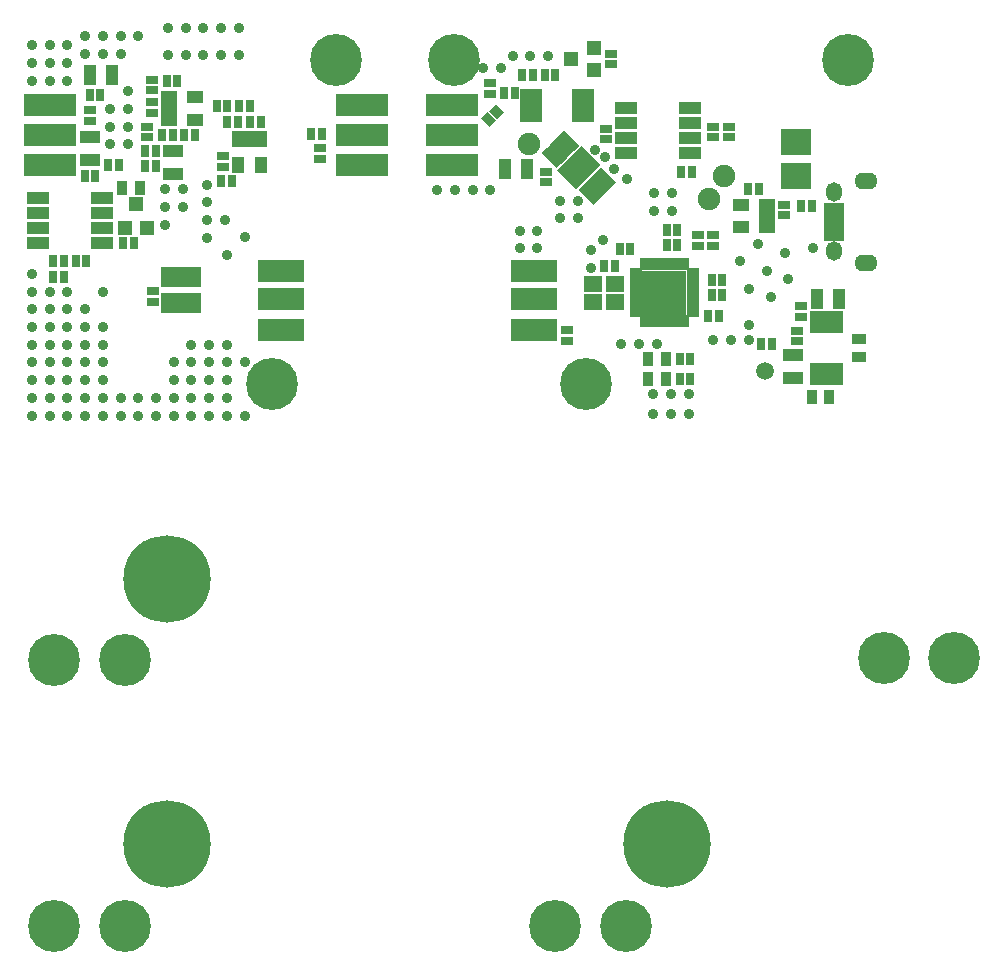
<source format=gbr>
G04 #@! TF.FileFunction,Soldermask,Top*
%FSLAX46Y46*%
G04 Gerber Fmt 4.6, Leading zero omitted, Abs format (unit mm)*
G04 Created by KiCad (PCBNEW 4.0.2-stable) date Thu 12 May 2016 11:20:09 PM CEST*
%MOMM*%
G01*
G04 APERTURE LIST*
%ADD10C,0.050000*%
%ADD11C,4.400000*%
%ADD12C,7.400000*%
%ADD13C,0.900000*%
%ADD14R,1.000000X0.800000*%
%ADD15R,0.800000X1.000000*%
%ADD16R,0.900000X1.300000*%
%ADD17C,1.900000*%
%ADD18R,0.850000X1.850000*%
%ADD19R,1.850000X0.850000*%
%ADD20R,1.460000X1.050000*%
%ADD21R,1.100000X1.700000*%
%ADD22R,1.300000X0.900000*%
%ADD23R,1.700000X1.100000*%
%ADD24R,2.630000X2.200000*%
%ADD25R,4.464000X1.924000*%
%ADD26R,3.900000X1.900000*%
%ADD27R,1.750000X0.800000*%
%ADD28O,1.350000X1.650000*%
%ADD29O,1.950000X1.400000*%
%ADD30R,1.200100X1.200100*%
%ADD31R,1.950000X1.000000*%
%ADD32R,1.100000X0.650000*%
%ADD33R,0.650000X1.100000*%
%ADD34R,2.125000X2.125000*%
%ADD35R,1.500000X1.400000*%
%ADD36R,1.050000X1.460000*%
%ADD37R,3.400000X1.800000*%
%ADD38C,1.800000*%
%ADD39C,2.200000*%
%ADD40C,1.500000*%
G04 APERTURE END LIST*
D10*
D11*
X97600000Y-67750000D03*
X103600000Y-67750000D03*
X75800000Y-90400000D03*
X69800000Y-90400000D03*
X33400000Y-90400000D03*
X27400000Y-90400000D03*
X33400000Y-67900000D03*
D12*
X79300000Y-83450000D03*
X36900000Y-83450000D03*
D13*
X86200000Y-39500000D03*
X84700000Y-40800000D03*
X83200000Y-40800000D03*
X86200000Y-40800000D03*
D11*
X45800000Y-44500000D03*
X51200000Y-17100000D03*
D13*
X89550000Y-35670000D03*
X88050000Y-37170000D03*
X91600000Y-33030000D03*
X85480000Y-34140000D03*
X86980000Y-32640000D03*
X86230000Y-36460000D03*
X87730000Y-34960000D03*
X89230000Y-33460000D03*
X81100000Y-47050000D03*
X79600000Y-47050000D03*
X78100000Y-47050000D03*
X81100000Y-45350000D03*
X78100000Y-45350000D03*
X79600000Y-45350000D03*
X78200000Y-28350000D03*
X78200000Y-29850000D03*
X79700000Y-28350000D03*
X79700000Y-29850000D03*
X73850000Y-32350000D03*
X72850000Y-33200000D03*
X72850000Y-34700000D03*
X78400000Y-41100000D03*
X76900000Y-41100000D03*
X75400000Y-41100000D03*
X73200000Y-24750000D03*
X74000000Y-25300000D03*
X74750000Y-26350000D03*
X75850000Y-27150000D03*
X69200000Y-16750000D03*
X66200000Y-16800000D03*
X67700000Y-16800000D03*
X65200000Y-17800000D03*
X63700000Y-17800000D03*
X62800000Y-28100000D03*
X64300000Y-28100000D03*
X59800000Y-28100000D03*
X61300000Y-28100000D03*
X68300000Y-31550000D03*
X66800000Y-31550000D03*
X66800000Y-33050000D03*
X68300000Y-33050000D03*
X71700000Y-30500000D03*
X71700000Y-29000000D03*
X70200000Y-30500000D03*
X70200000Y-29000000D03*
X42000000Y-33600000D03*
X43500000Y-32100000D03*
X40000000Y-14400000D03*
X43000000Y-14400000D03*
X37000000Y-14400000D03*
X41500000Y-14400000D03*
X38500000Y-14400000D03*
X43000000Y-16700000D03*
X41500000Y-16700000D03*
X40000000Y-16700000D03*
X38500000Y-16700000D03*
X37000000Y-16700000D03*
X34500000Y-15100000D03*
X33600000Y-19750000D03*
X33000000Y-16600000D03*
X30000000Y-16600000D03*
X30000000Y-15100000D03*
X33000000Y-15100000D03*
X31500000Y-16600000D03*
X31500000Y-15100000D03*
X27000000Y-18850000D03*
X25500000Y-18850000D03*
X28500000Y-18850000D03*
X28500000Y-15850000D03*
X25500000Y-17350000D03*
X25500000Y-15850000D03*
X27000000Y-15850000D03*
X27000000Y-17350000D03*
X28500000Y-17350000D03*
X25500000Y-45700000D03*
X27000000Y-45700000D03*
X27000000Y-44200000D03*
X25500000Y-44200000D03*
X25500000Y-47200000D03*
X27000000Y-47200000D03*
X30000000Y-41200000D03*
X27000000Y-41200000D03*
X28500000Y-42700000D03*
X25500000Y-41200000D03*
X25500000Y-42700000D03*
X28500000Y-41200000D03*
X27000000Y-42700000D03*
X30000000Y-42700000D03*
X30000000Y-44200000D03*
X28500000Y-44200000D03*
X30000000Y-45700000D03*
X28500000Y-45700000D03*
X30000000Y-47200000D03*
X28500000Y-47200000D03*
X33600000Y-22750000D03*
X33600000Y-21250000D03*
X33600000Y-24250000D03*
X32100000Y-22750000D03*
X32100000Y-21250000D03*
X32100000Y-24250000D03*
X38300000Y-28050000D03*
X38300000Y-29550000D03*
X36800000Y-31050000D03*
X36800000Y-29550000D03*
X36800000Y-28050000D03*
X40350000Y-27650000D03*
X40350000Y-29150000D03*
X40350000Y-32150000D03*
X40350000Y-30650000D03*
X41850000Y-30650000D03*
X42000000Y-44200000D03*
X42000000Y-42700000D03*
X42000000Y-45700000D03*
X42000000Y-47200000D03*
X43500000Y-47200000D03*
X43500000Y-42700000D03*
X40500000Y-45700000D03*
X40500000Y-47200000D03*
X40500000Y-41200000D03*
X39000000Y-41200000D03*
X42000000Y-41200000D03*
X39000000Y-42700000D03*
X37500000Y-44200000D03*
X40500000Y-42700000D03*
X37500000Y-42700000D03*
X39000000Y-44200000D03*
X40500000Y-44200000D03*
X39000000Y-47200000D03*
X37500000Y-45700000D03*
X37500000Y-47200000D03*
X36000000Y-45700000D03*
X36000000Y-47200000D03*
X39000000Y-45700000D03*
X34500000Y-47200000D03*
X34500000Y-45700000D03*
X33000000Y-47200000D03*
X33000000Y-45700000D03*
X31500000Y-45700000D03*
X31500000Y-47200000D03*
X31500000Y-44200000D03*
X25500000Y-35200000D03*
X25500000Y-39700000D03*
X25500000Y-38200000D03*
X25500000Y-36700000D03*
X31500000Y-42700000D03*
X31500000Y-41200000D03*
X31500000Y-39700000D03*
X30000000Y-39700000D03*
X28500000Y-39700000D03*
X27000000Y-39700000D03*
X30000000Y-38200000D03*
X28500000Y-38200000D03*
X27000000Y-38200000D03*
X31500000Y-36700000D03*
X28500000Y-36700000D03*
X27000000Y-36700000D03*
D14*
X90600000Y-38850000D03*
X90600000Y-37950000D03*
D10*
G36*
X64747487Y-20845406D02*
X65454594Y-21552513D01*
X64888909Y-22118198D01*
X64181802Y-21411091D01*
X64747487Y-20845406D01*
X64747487Y-20845406D01*
G37*
G36*
X64111091Y-21481802D02*
X64818198Y-22188909D01*
X64252513Y-22754594D01*
X63545406Y-22047487D01*
X64111091Y-21481802D01*
X64111091Y-21481802D01*
G37*
D14*
X83200000Y-23650000D03*
X83200000Y-22750000D03*
X74100000Y-23800000D03*
X74100000Y-22900000D03*
D15*
X76150000Y-33100000D03*
X75250000Y-33100000D03*
X82750000Y-38750000D03*
X83650000Y-38750000D03*
D16*
X77650000Y-42400000D03*
X79150000Y-42400000D03*
D15*
X90650000Y-29500000D03*
X91550000Y-29500000D03*
X65456000Y-19898000D03*
X66356000Y-19898000D03*
D14*
X70800000Y-39950000D03*
X70800000Y-40850000D03*
D15*
X88150000Y-41100000D03*
X87250000Y-41100000D03*
D17*
X67570000Y-24170000D03*
X84100000Y-26900000D03*
X82800000Y-28900000D03*
D11*
X61200000Y-17100000D03*
X72400000Y-44500000D03*
X94600000Y-17100000D03*
D14*
X64300000Y-19950000D03*
X64300000Y-19050000D03*
X74500000Y-16550000D03*
X74500000Y-17450000D03*
D15*
X69800000Y-18400000D03*
X68900000Y-18400000D03*
X67000000Y-18400000D03*
X67900000Y-18400000D03*
X79250000Y-31500000D03*
X80150000Y-31500000D03*
X79250000Y-32800000D03*
X80150000Y-32800000D03*
D14*
X83200000Y-31950000D03*
X83200000Y-32850000D03*
X81900000Y-31950000D03*
X81900000Y-32850000D03*
D15*
X83950000Y-37000000D03*
X83050000Y-37000000D03*
X83950000Y-35700000D03*
X83050000Y-35700000D03*
X81250000Y-44100000D03*
X80350000Y-44100000D03*
X31300000Y-20100000D03*
X30400000Y-20100000D03*
D18*
X93775000Y-39300000D03*
X93125000Y-39300000D03*
X92475000Y-39300000D03*
X91825000Y-39300000D03*
X91825000Y-43700000D03*
X92475000Y-43700000D03*
X93125000Y-43700000D03*
X93775000Y-43700000D03*
D19*
X67770000Y-19939000D03*
X67770000Y-20589000D03*
X67770000Y-21239000D03*
X67770000Y-21889000D03*
X72170000Y-21889000D03*
X72170000Y-21239000D03*
X72170000Y-20589000D03*
X72170000Y-19939000D03*
D20*
X87700000Y-31250000D03*
X87700000Y-30300000D03*
X87700000Y-29350000D03*
X85500000Y-29350000D03*
X85500000Y-31250000D03*
D21*
X91950000Y-37300000D03*
X93850000Y-37300000D03*
D22*
X95500000Y-42250000D03*
X95500000Y-40750000D03*
D16*
X93000000Y-45600000D03*
X91500000Y-45600000D03*
D14*
X90300000Y-40900000D03*
X90300000Y-40000000D03*
D23*
X89900000Y-42100000D03*
X89900000Y-44000000D03*
D14*
X84500000Y-23650000D03*
X84500000Y-22750000D03*
D21*
X67450000Y-26300000D03*
X65550000Y-26300000D03*
D14*
X69000000Y-26550000D03*
X69000000Y-27450000D03*
D15*
X81350000Y-26600000D03*
X80450000Y-26600000D03*
D24*
X90200000Y-24040000D03*
X90200000Y-26960000D03*
D14*
X89200000Y-30250000D03*
X89200000Y-29350000D03*
D15*
X73950000Y-34500000D03*
X74850000Y-34500000D03*
X86150000Y-28000000D03*
X87050000Y-28000000D03*
D21*
X30400000Y-18400000D03*
X32300000Y-18400000D03*
D23*
X30400000Y-25550000D03*
X30400000Y-23650000D03*
D14*
X35750000Y-37550000D03*
X35750000Y-36650000D03*
D15*
X28200000Y-35500000D03*
X27300000Y-35500000D03*
X29950000Y-26900000D03*
X30850000Y-26900000D03*
X35962207Y-24808137D03*
X35062207Y-24808137D03*
D23*
X37462207Y-24808137D03*
X37462207Y-26708137D03*
D15*
X43050000Y-21000000D03*
X43950000Y-21000000D03*
X44900000Y-22350000D03*
X44000000Y-22350000D03*
D14*
X49900000Y-24550000D03*
X49900000Y-25450000D03*
D16*
X77650000Y-44100000D03*
X79150000Y-44100000D03*
D25*
X61080000Y-23468000D03*
X61080000Y-20928000D03*
X61080000Y-26008000D03*
X27050000Y-23450000D03*
X27050000Y-20910000D03*
X27050000Y-25990000D03*
X53460000Y-23468000D03*
X53460000Y-26008000D03*
X53460000Y-20928000D03*
D14*
X35700000Y-21550000D03*
X35700000Y-20650000D03*
X35250000Y-22758137D03*
X35250000Y-23658137D03*
D15*
X36500000Y-23450000D03*
X37400000Y-23450000D03*
D26*
X68020000Y-34920000D03*
X68020000Y-37320000D03*
X68020000Y-39920000D03*
D27*
X93437460Y-32100900D03*
X93437460Y-31450900D03*
X93437460Y-30800900D03*
X93437460Y-30150900D03*
X93437460Y-29500900D03*
D28*
X93437460Y-33300900D03*
X93437460Y-28300900D03*
D29*
X96137460Y-34300900D03*
X96137460Y-27300900D03*
D26*
X46620000Y-34920000D03*
X46620000Y-37320000D03*
X46620000Y-39920000D03*
D30*
X73100760Y-17950000D03*
X73100760Y-16050000D03*
X71101780Y-17000000D03*
X33350000Y-31300760D03*
X35250000Y-31300760D03*
X34300000Y-29301780D03*
D15*
X81250000Y-42400000D03*
X80350000Y-42400000D03*
D14*
X30400000Y-21350000D03*
X30400000Y-22250000D03*
D15*
X32850000Y-26000000D03*
X31950000Y-26000000D03*
X33200000Y-32600000D03*
X34100000Y-32600000D03*
X30100000Y-34150000D03*
X29200000Y-34150000D03*
X28200000Y-34150000D03*
X27300000Y-34150000D03*
X35962207Y-26108137D03*
X35062207Y-26108137D03*
D14*
X35700000Y-18750000D03*
X35700000Y-19650000D03*
D15*
X38400000Y-23450000D03*
X39300000Y-23450000D03*
X36900000Y-18900000D03*
X37800000Y-18900000D03*
X42050000Y-21000000D03*
X41150000Y-21000000D03*
X41500000Y-27350000D03*
X42400000Y-27350000D03*
X42950000Y-22350000D03*
X42050000Y-22350000D03*
D14*
X41650000Y-25250000D03*
X41650000Y-26150000D03*
D15*
X50050000Y-23400000D03*
X49150000Y-23400000D03*
D10*
G36*
X69979200Y-26429810D02*
X72029810Y-24379200D01*
X73620800Y-25970190D01*
X71570190Y-28020800D01*
X69979200Y-26429810D01*
X69979200Y-26429810D01*
G37*
G36*
X70078195Y-23537743D02*
X70551957Y-23063981D01*
X71824749Y-24336773D01*
X71350987Y-24810535D01*
X70078195Y-23537743D01*
X70078195Y-23537743D01*
G37*
G36*
X69724641Y-23891297D02*
X70198403Y-23417535D01*
X71471195Y-24690327D01*
X70997433Y-25164089D01*
X69724641Y-23891297D01*
X69724641Y-23891297D01*
G37*
G36*
X69371088Y-24244850D02*
X69844850Y-23771088D01*
X71117642Y-25043880D01*
X70643880Y-25517642D01*
X69371088Y-24244850D01*
X69371088Y-24244850D01*
G37*
G36*
X69017535Y-24598403D02*
X69491297Y-24124641D01*
X70764089Y-25397433D01*
X70290327Y-25871195D01*
X69017535Y-24598403D01*
X69017535Y-24598403D01*
G37*
G36*
X68663981Y-24951957D02*
X69137743Y-24478195D01*
X70410535Y-25750987D01*
X69936773Y-26224749D01*
X68663981Y-24951957D01*
X68663981Y-24951957D01*
G37*
G36*
X71775251Y-28063227D02*
X72249013Y-27589465D01*
X73521805Y-28862257D01*
X73048043Y-29336019D01*
X71775251Y-28063227D01*
X71775251Y-28063227D01*
G37*
G36*
X72128805Y-27709673D02*
X72602567Y-27235911D01*
X73875359Y-28508703D01*
X73401597Y-28982465D01*
X72128805Y-27709673D01*
X72128805Y-27709673D01*
G37*
G36*
X72482358Y-27356120D02*
X72956120Y-26882358D01*
X74228912Y-28155150D01*
X73755150Y-28628912D01*
X72482358Y-27356120D01*
X72482358Y-27356120D01*
G37*
G36*
X72835911Y-27002567D02*
X73309673Y-26528805D01*
X74582465Y-27801597D01*
X74108703Y-28275359D01*
X72835911Y-27002567D01*
X72835911Y-27002567D01*
G37*
G36*
X73189465Y-26649013D02*
X73663227Y-26175251D01*
X74936019Y-27448043D01*
X74462257Y-27921805D01*
X73189465Y-26649013D01*
X73189465Y-26649013D01*
G37*
D31*
X81200000Y-25005000D03*
X81200000Y-23735000D03*
X81200000Y-22465000D03*
X81200000Y-21195000D03*
X75800000Y-21195000D03*
X75800000Y-22465000D03*
X75800000Y-23735000D03*
X75800000Y-25005000D03*
D32*
X76637500Y-35050000D03*
X76637500Y-35550000D03*
X76637500Y-36050000D03*
X76637500Y-36550000D03*
X76637500Y-37050000D03*
X76637500Y-37550000D03*
X76637500Y-38050000D03*
X76637500Y-38550000D03*
D33*
X77287500Y-39200000D03*
X77787500Y-39200000D03*
X78287500Y-39200000D03*
X78787500Y-39200000D03*
X79287500Y-39200000D03*
X79787500Y-39200000D03*
X80287500Y-39200000D03*
X80787500Y-39200000D03*
D32*
X81437500Y-38550000D03*
X81437500Y-38050000D03*
X81437500Y-37550000D03*
X81437500Y-37050000D03*
X81437500Y-36550000D03*
X81437500Y-36050000D03*
X81437500Y-35550000D03*
X81437500Y-35050000D03*
D33*
X80787500Y-34400000D03*
X80287500Y-34400000D03*
X79787500Y-34400000D03*
X79287500Y-34400000D03*
X78787500Y-34400000D03*
X78287500Y-34400000D03*
X77787500Y-34400000D03*
X77287500Y-34400000D03*
D34*
X79900000Y-37662500D03*
X79900000Y-35937500D03*
X78175000Y-37662500D03*
X78175000Y-35937500D03*
D35*
X73000000Y-37600000D03*
X74900000Y-37600000D03*
X74900000Y-36100000D03*
X73000000Y-36100000D03*
D31*
X31400000Y-32605000D03*
X31400000Y-31335000D03*
X31400000Y-30065000D03*
X31400000Y-28795000D03*
X26000000Y-28795000D03*
X26000000Y-30065000D03*
X26000000Y-31335000D03*
X26000000Y-32605000D03*
D20*
X37100000Y-20250000D03*
X37100000Y-21200000D03*
X37100000Y-22150000D03*
X39300000Y-22150000D03*
X39300000Y-20250000D03*
D36*
X44850000Y-23750000D03*
X43900000Y-23750000D03*
X42950000Y-23750000D03*
X42950000Y-25950000D03*
X44850000Y-25950000D03*
D37*
X38150000Y-35500000D03*
X38150000Y-37700000D03*
D16*
X33150000Y-27900000D03*
X34650000Y-27900000D03*
D38*
X71800000Y-26300000D03*
D39*
X79000000Y-36900000D03*
D40*
X87600000Y-43450000D03*
D12*
X36900000Y-61000000D03*
D11*
X27400000Y-67900000D03*
M02*

</source>
